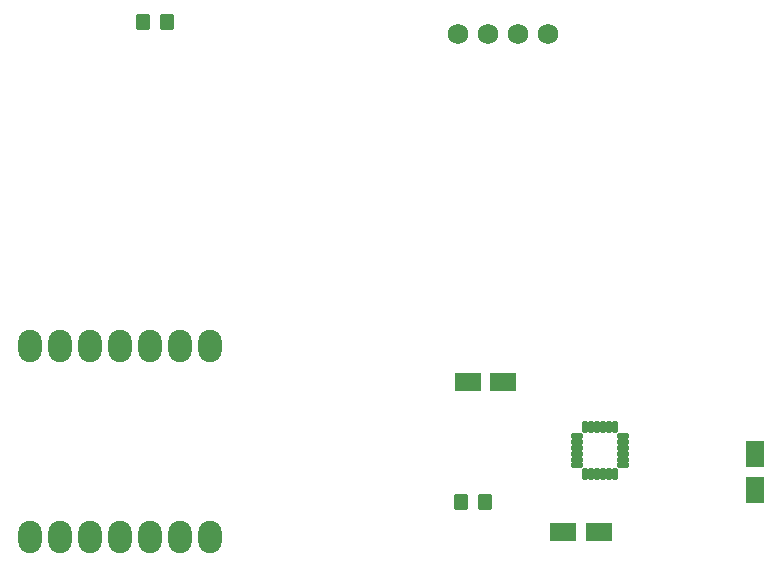
<source format=gbr>
%TF.GenerationSoftware,KiCad,Pcbnew,8.0.8*%
%TF.CreationDate,2025-02-09T22:20:03-08:00*%
%TF.ProjectId,techin514-final-project,74656368-696e-4353-9134-2d66696e616c,rev?*%
%TF.SameCoordinates,Original*%
%TF.FileFunction,Soldermask,Top*%
%TF.FilePolarity,Negative*%
%FSLAX46Y46*%
G04 Gerber Fmt 4.6, Leading zero omitted, Abs format (unit mm)*
G04 Created by KiCad (PCBNEW 8.0.8) date 2025-02-09 22:20:03*
%MOMM*%
%LPD*%
G01*
G04 APERTURE LIST*
G04 Aperture macros list*
%AMRoundRect*
0 Rectangle with rounded corners*
0 $1 Rounding radius*
0 $2 $3 $4 $5 $6 $7 $8 $9 X,Y pos of 4 corners*
0 Add a 4 corners polygon primitive as box body*
4,1,4,$2,$3,$4,$5,$6,$7,$8,$9,$2,$3,0*
0 Add four circle primitives for the rounded corners*
1,1,$1+$1,$2,$3*
1,1,$1+$1,$4,$5*
1,1,$1+$1,$6,$7*
1,1,$1+$1,$8,$9*
0 Add four rect primitives between the rounded corners*
20,1,$1+$1,$2,$3,$4,$5,0*
20,1,$1+$1,$4,$5,$6,$7,0*
20,1,$1+$1,$6,$7,$8,$9,0*
20,1,$1+$1,$8,$9,$2,$3,0*%
G04 Aperture macros list end*
%ADD10RoundRect,0.102000X-0.140000X0.395000X-0.140000X-0.395000X0.140000X-0.395000X0.140000X0.395000X0*%
%ADD11RoundRect,0.102000X-0.395000X0.140000X-0.395000X-0.140000X0.395000X-0.140000X0.395000X0.140000X0*%
%ADD12C,1.734000*%
%ADD13RoundRect,1.000000X0.000010X-0.375000X0.000010X0.375000X-0.000010X0.375000X-0.000010X-0.375000X0*%
%ADD14RoundRect,0.250000X-0.350000X-0.450000X0.350000X-0.450000X0.350000X0.450000X-0.350000X0.450000X0*%
%ADD15R,1.600000X2.200000*%
%ADD16R,2.200000X1.600000*%
G04 APERTURE END LIST*
D10*
%TO.C,U3*%
X116120000Y-97840000D03*
X115620000Y-97840000D03*
X115120000Y-97840000D03*
X114620000Y-97840000D03*
X114120000Y-97840000D03*
X113620000Y-97840000D03*
D11*
X112900000Y-98560000D03*
X112900000Y-99060000D03*
X112900000Y-99560000D03*
X112900000Y-100060000D03*
X112900000Y-100560000D03*
X112900000Y-101060000D03*
D10*
X113620000Y-101780000D03*
X114120000Y-101780000D03*
X114620000Y-101780000D03*
X115120000Y-101780000D03*
X115620000Y-101780000D03*
X116120000Y-101780000D03*
D11*
X116840000Y-101060000D03*
X116840000Y-100560000D03*
X116840000Y-100060000D03*
X116840000Y-99560000D03*
X116840000Y-99060000D03*
X116840000Y-98560000D03*
%TD*%
D12*
%TO.C,U2*%
X105410000Y-64535000D03*
X107950000Y-64535000D03*
X110490000Y-64535000D03*
X102870000Y-64535000D03*
%TD*%
D13*
%TO.C,U1*%
X81899250Y-107142500D03*
X79359250Y-107142500D03*
X76819250Y-107142500D03*
X74279250Y-107142500D03*
X71739250Y-107142500D03*
X69199250Y-107142500D03*
X66659250Y-107142500D03*
X81899250Y-90977500D03*
X79359250Y-90977500D03*
X76819250Y-90977500D03*
X74279250Y-90977500D03*
X71739250Y-90977500D03*
X69199250Y-90977500D03*
X66659250Y-90977500D03*
%TD*%
D14*
%TO.C,R2*%
X103140000Y-104140000D03*
X105140000Y-104140000D03*
%TD*%
%TO.C,R1*%
X76200000Y-63500000D03*
X78200000Y-63500000D03*
%TD*%
D15*
%TO.C,C3*%
X128040000Y-100100000D03*
X128040000Y-103100000D03*
%TD*%
D16*
%TO.C,C2*%
X111760000Y-106680000D03*
X114760000Y-106680000D03*
%TD*%
%TO.C,C1*%
X106680000Y-93980000D03*
X103680000Y-93980000D03*
%TD*%
M02*

</source>
